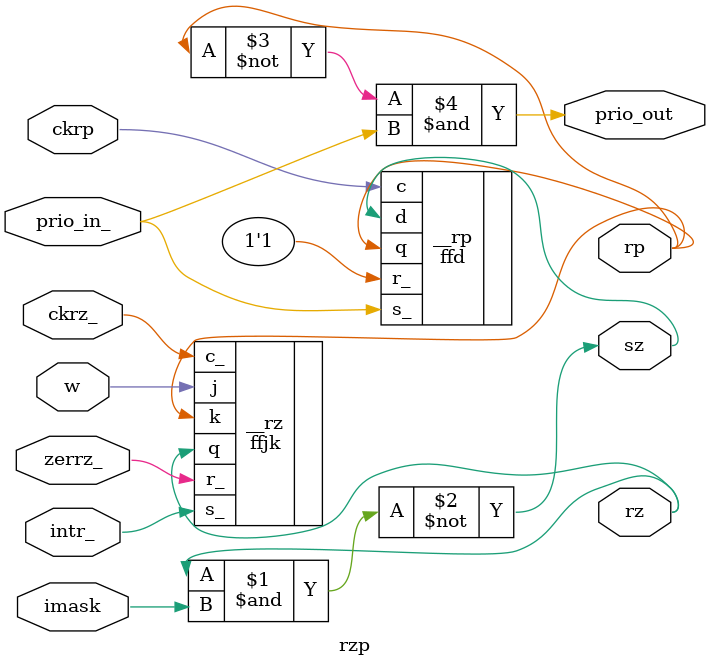
<source format=v>
module rzp(
	input imask,		// interrupt mask
	input intr_,		// async irq source
	input w,				// clocked irq source
	input ckrz_,		// irq clock
	input zerrz_,		// irq clear
	input ckrp,			// interrupt service clock
	input prio_in_,	// interrupt priority chain input
	output rz,			// irq
	output sz,			// irq & mask
	output rp,			// interrupt service register
	output prio_out	// interrupt priority chain output
);

	ffjk __rz(.c_(ckrz_), .j(w), .k(rp), .r_(zerrz_), .s_(intr_), .q(rz));

	assign sz = ~(rz & imask);

	ffd __rp(.s_(prio_in_), .d(sz), .c(ckrp), .r_(1'b1), .q(rp));

	assign prio_out = ~rp & prio_in_;

endmodule

// vim: tabstop=2 shiftwidth=2 autoindent noexpandtab

</source>
